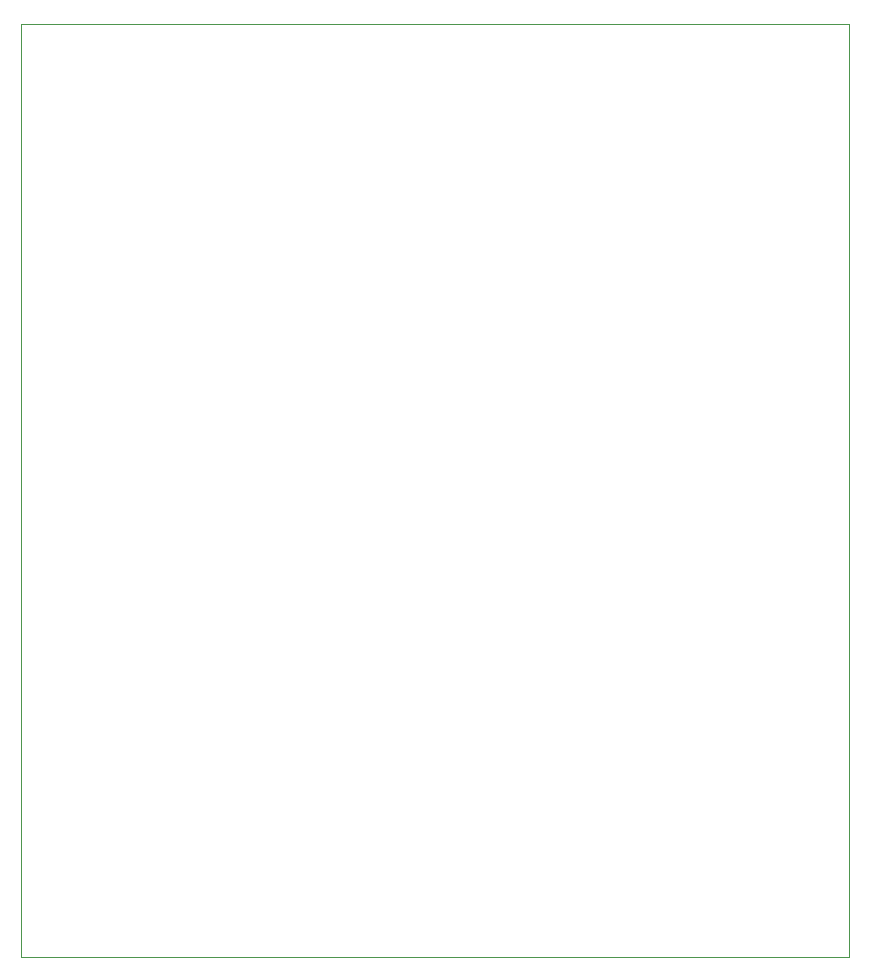
<source format=gbr>
%TF.GenerationSoftware,Altium Limited,Altium Designer,24.7.2 (38)*%
G04 Layer_Color=0*
%FSLAX43Y43*%
%MOMM*%
%TF.SameCoordinates,6EE5CD54-FE70-432D-B01E-CA14D31D91FF*%
%TF.FilePolarity,Positive*%
%TF.FileFunction,Profile,NP*%
%TF.Part,Single*%
G01*
G75*
%TA.AperFunction,Profile*%
%ADD37C,0.025*%
D37*
X70000Y-6D02*
X-104D01*
Y-79000D01*
X70000D01*
Y-6D01*
%TF.MD5,e232f655122e24e157c82215ff5f5596*%
M02*

</source>
